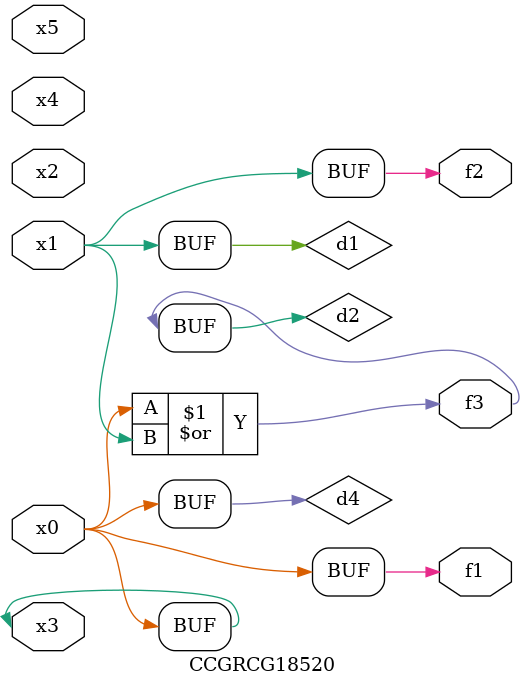
<source format=v>
module CCGRCG18520(
	input x0, x1, x2, x3, x4, x5,
	output f1, f2, f3
);

	wire d1, d2, d3, d4;

	and (d1, x1);
	or (d2, x0, x1);
	nand (d3, x0, x5);
	buf (d4, x0, x3);
	assign f1 = d4;
	assign f2 = d1;
	assign f3 = d2;
endmodule

</source>
